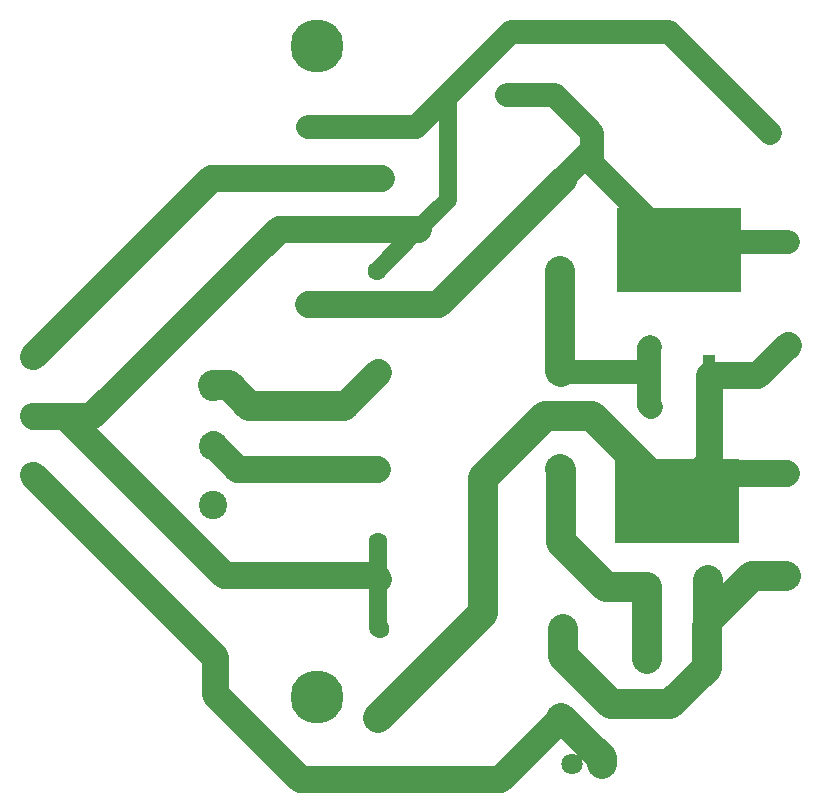
<source format=gtl>
G04 Layer: TopLayer*
G04 EasyEDA Pro v2.1.64.d1969c9c.217bcf, 2024-09-27 00:26:44*
G04 Gerber Generator version 0.3*
G04 Scale: 100 percent, Rotated: No, Reflected: No*
G04 Dimensions in millimeters*
G04 Leading zeros omitted, absolute positions, 3 integers and 5 decimals*
%FSLAX35Y35*%
%MOMM*%
%ADD10C,1.8*%
%ADD11R,1.13401X3.35854*%
%ADD12R,10.5664X7.18053*%
%ADD13C,1.6*%
%ADD14C,4.5*%
%ADD15R,1.8X1.8*%
%ADD16C,2.2*%
%ADD17C,2.4*%
%ADD18C,2.286*%
%ADD19C,2.54*%
%ADD20C,2.032*%
%ADD21C,1.524*%
%ADD22C,1.4986*%
G75*


G04 Pad Start*
G54D10*
G01X7175500Y3165500D03*
G01X7175500Y2295500D03*
G01X7188200Y5121300D03*
G01X7188200Y4251300D03*
G54D11*
G01X6015225Y3990431D03*
G01X6523225Y3990431D03*
G54D12*
G01X6269225Y5047579D03*
G54D11*
G01X5994408Y1871731D03*
G01X6502408Y1871731D03*
G54D12*
G01X6248408Y2928879D03*
G54D13*
G01X5270805Y1092200D03*
G01X3720795Y1092200D03*
G01X5283505Y1841500D03*
G01X3733495Y1841500D03*
G01X5258105Y3200400D03*
G01X3708095Y3200400D03*
G01X3720795Y2578100D03*
G01X5270805Y2578100D03*
G01X5267635Y4020299D03*
G01X3717625Y4020299D03*
G01X3708095Y4876800D03*
G01X5258105Y4876800D03*
G54D10*
G01X4809236Y6362700D03*
G01X4309364Y6362700D03*
G01X3124200Y6096711D03*
G01X3124200Y4596689D03*
G01X7036511Y6045200D03*
G01X5536489Y6045200D03*
G54D13*
G01X5296205Y5664200D03*
G01X3746195Y5664200D03*
G54D14*
G01X3206712Y6782689D03*
G01X3206712Y1268717D03*
G54D10*
G01X5359400Y698500D03*
G54D15*
G01X5613400Y698500D03*
G54D16*
G01X800100Y4142900D03*
G01X800100Y3642901D03*
G01X800100Y3142899D03*
G54D17*
G01X2324100Y2892900D03*
G01X2324100Y3392899D03*
G01X2324100Y3892901D03*
G04 Pad End*

G04 Track Start*
G54D18*
G01X3431126Y3733800D02*
G01X3717625Y4020299D01*
G54D19*
G01X5994400Y2197100D02*
G01X5994400Y1871739D01*
G01X5994408Y1871731D02*
G01X5994408Y1587500D01*
G54D20*
G01X6015225Y4224525D02*
G01X6019800Y4229100D01*
G01X6015225Y3990431D02*
G01X6015225Y3738375D01*
G01X6032500Y3721100D01*
G01X5267635Y4020299D02*
G01X5985358Y4020299D01*
G01X6015225Y3990431D01*
G01Y4224525D01*
G54D19*
G01X5258105Y4876800D02*
G01X5258105Y4029829D01*
G01X5267635Y4020299D01*
G54D20*
G01X5296205Y5664200D02*
G01X5536489Y5904484D01*
G01X5536489Y5780316D02*
G01X6269225Y5047579D01*
G01X5536489Y6045200D02*
G01X5536489Y5904484D01*
G01Y5780316D01*
G01X4809236Y6362700D02*
G01X5218989Y6362700D01*
G01X5536489Y6045200D01*
G01X3124200Y6096711D02*
G01X4043375Y6096711D01*
G01X4309364Y6362700D01*
G54D21*
G01X4309364Y5478069D02*
G01X4309364Y6362700D01*
G54D18*
G01X3124200Y4596689D02*
G01X4228694Y4596689D01*
G01X5296205Y5664200D01*
G54D21*
G01X6527800Y1846339D02*
G01X6502408Y1871731D01*
G54D20*
G01X7188200Y5121300D02*
G01X6342946Y5121300D01*
G01X6269225Y5047579D01*
G01X4309364Y6362700D02*
G01X4842764Y6896100D01*
G01X6185611D01*
G01X7036511Y6045200D01*
G54D22*
G01X3720795Y1854200D02*
G01X3733495Y1841500D01*
G54D19*
G01X5270805Y2578100D02*
G01X5270805Y3187700D01*
G01X5258105Y3200400D01*
G01X5270805Y2578100D02*
G01X5651805Y2197100D01*
G01X5994400D01*
G54D18*
G01X7175500Y3165500D02*
G01X6485029Y3165500D01*
G01X6248408Y2928879D01*
G01X6362700Y3098800D02*
G01X6523225Y3259325D01*
G01Y3990431D01*
G01X6927332D01*
G01X7188200Y4251300D01*
G54D19*
G01X5283505Y1841500D02*
G01X5283505Y1612595D01*
G01X5689600Y1206500D01*
G01X6196387D01*
G01X6502408Y1512521D01*
G54D20*
G01X6527800Y1935457D02*
G01X6527800Y1846339D01*
G54D19*
G01X6887843Y2295500D02*
G01X7175500Y2295500D01*
G01X6527800Y1935457D02*
G01X6887843Y2295500D01*
G01X6502408Y1512521D02*
G01X6502408Y1871731D01*
G54D20*
G01X6515100Y2197100D02*
G01X6527800Y1935457D01*
G54D19*
G01X3720795Y1092200D02*
G01X4610100Y1981505D01*
G01X5532387Y3644900D02*
G01X6248408Y2928879D01*
G01X4610100Y1981505D02*
G01X4610100Y3124200D01*
G01X5130800Y3644900D01*
G01X5532387D01*
G01X5270805Y1092200D02*
G01X5613400Y749605D01*
G01Y698500D01*
G01X2324100Y3905601D02*
G01X2457099Y3905601D01*
G01X2628900Y3733800D01*
G54D18*
G01X800100Y4155600D02*
G01X2308700Y5664200D01*
G01X3746195D01*
G01X3720795Y2266593D02*
G01X3688688Y2298700D01*
G54D22*
G01X3720795Y2578100D02*
G01X3720795Y2266593D01*
G01Y1854200D01*
G54D18*
G01X2324100Y3405599D02*
G01X2529299Y3200400D01*
G01X3708095D01*
G54D19*
G01X2628900Y3733800D02*
G01X3431126Y3733800D01*
G54D18*
G01X3688688Y2298700D02*
G01X2413000Y2298700D01*
G01X1068799Y3642901D01*
G01X800100D01*
G01X800100Y3142899D02*
G01X2336800Y1606199D01*
G01Y1295400D01*
G01X3060700Y571500D01*
G01X4750105Y571500D02*
G01X5270805Y1092200D01*
G01X3060700Y571500D02*
G01X4750105Y571500D01*
G01X2879838Y5229338D02*
G01X4060634Y5229338D01*
G01X1068799Y3642901D02*
G01X1293401Y3642901D01*
G54D21*
G01X3708095Y4876800D02*
G01X4060634Y5229338D01*
G01X4309364Y5478069D01*
G54D18*
G01X1293401Y3642901D02*
G01X2879838Y5229338D01*
G54D19*
G01X6515100Y1884423D02*
G01X6502408Y1871731D01*
G01X6515100Y2260600D02*
G01X6515100Y2197100D01*
G01Y1884423D01*
G04 Track End*

M02*

</source>
